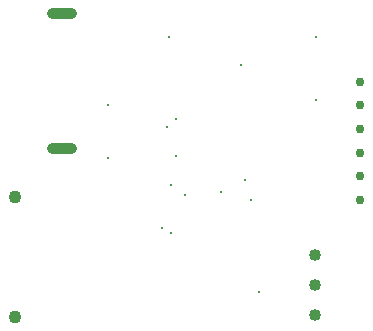
<source format=gbr>
%TF.GenerationSoftware,KiCad,Pcbnew,8.0.8*%
%TF.CreationDate,2025-06-30T12:25:28+05:30*%
%TF.ProjectId,ATtiny85,41547469-6e79-4383-952e-6b696361645f,rev?*%
%TF.SameCoordinates,Original*%
%TF.FileFunction,Plated,1,2,PTH,Mixed*%
%TF.FilePolarity,Positive*%
%FSLAX46Y46*%
G04 Gerber Fmt 4.6, Leading zero omitted, Abs format (unit mm)*
G04 Created by KiCad (PCBNEW 8.0.8) date 2025-06-30 12:25:28*
%MOMM*%
%LPD*%
G01*
G04 APERTURE LIST*
%TA.AperFunction,ViaDrill*%
%ADD10C,0.300000*%
%TD*%
%TA.AperFunction,ComponentDrill*%
%ADD11C,0.750000*%
%TD*%
G04 aperture for slot hole*
%TA.AperFunction,ComponentDrill*%
%ADD12C,0.900000*%
%TD*%
%TA.AperFunction,ComponentDrill*%
%ADD13C,1.020000*%
%TD*%
%TA.AperFunction,ComponentDrill*%
%ADD14C,1.100000*%
%TD*%
G04 APERTURE END LIST*
D10*
X123455800Y-74372700D03*
X123455800Y-78862500D03*
X128002800Y-84786600D03*
X128455200Y-76230600D03*
X128600000Y-68600000D03*
X128787600Y-85197000D03*
X128800000Y-81152400D03*
X129218800Y-75563400D03*
X129218800Y-78698300D03*
X129940872Y-82000000D03*
X132995400Y-81752400D03*
X134722200Y-70963300D03*
X135026600Y-80725000D03*
X135579800Y-82400000D03*
X136200000Y-90200000D03*
X141053000Y-68600000D03*
X141053000Y-73899000D03*
D11*
%TO.C,J3*%
X144800000Y-72400000D03*
X144800000Y-74400000D03*
X144800000Y-76400000D03*
X144800000Y-78400000D03*
X144800000Y-80400000D03*
X144800000Y-82400000D03*
D12*
%TO.C,J1*%
X118725000Y-66600000D02*
X120325000Y-66600000D01*
X118725000Y-78000000D02*
X120325000Y-78000000D01*
D13*
%TO.C,J2*%
X141000000Y-87060000D03*
X141000000Y-89600000D03*
X141000000Y-92140000D03*
D14*
%TO.C,D1*%
X115600000Y-82120000D03*
X115600000Y-92280000D03*
M02*

</source>
